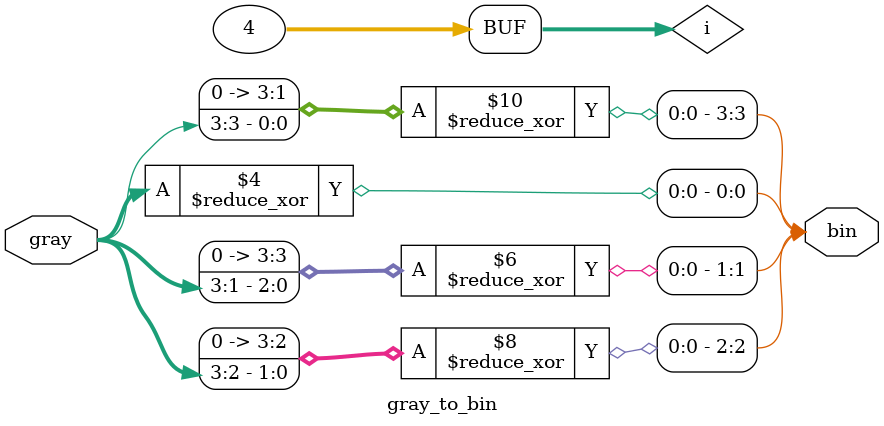
<source format=v>
module gray_to_bin
# (
    parameter N = 4
)
(
    input      [N-1:0] gray,
    output reg [N-1:0] bin
);

    integer i;

    always @*
        for (i = 0; i < N; i = i + 1)
            bin [i] = ^ (gray >> i);

endmodule

</source>
